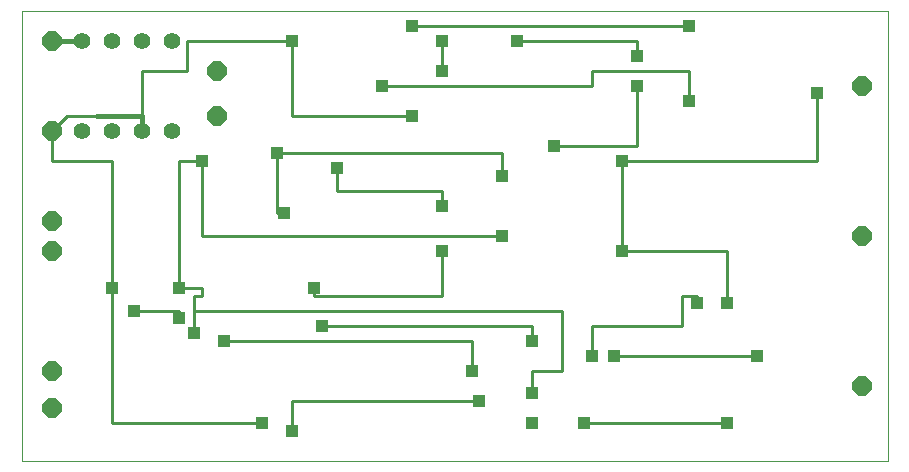
<source format=gbl>
G75*
%MOIN*%
%OFA0B0*%
%FSLAX25Y25*%
%IPPOS*%
%LPD*%
%AMOC8*
5,1,8,0,0,1.08239X$1,22.5*
%
%ADD10C,0.00000*%
%ADD11OC8,0.06400*%
%ADD12C,0.05600*%
%ADD13C,0.01600*%
%ADD14C,0.01000*%
%ADD15R,0.04362X0.04362*%
%ADD16R,0.04400X0.04400*%
D10*
X0001000Y0008733D02*
X0001000Y0158694D01*
X0289701Y0158694D01*
X0289701Y0008733D01*
X0001000Y0008733D01*
D11*
X0011000Y0026233D03*
X0011000Y0038733D03*
X0011000Y0078733D03*
X0011000Y0088733D03*
X0011000Y0118733D03*
X0011000Y0148733D03*
X0066000Y0138733D03*
X0066000Y0123733D03*
X0281000Y0133733D03*
X0281000Y0083733D03*
X0281000Y0033733D03*
D12*
X0051000Y0118733D03*
X0041000Y0118733D03*
X0031000Y0118733D03*
X0021000Y0118733D03*
X0021000Y0148733D03*
X0031000Y0148733D03*
X0041000Y0148733D03*
X0051000Y0148733D03*
D13*
X0021000Y0148733D02*
X0011000Y0148733D01*
X0026000Y0123733D02*
X0041000Y0123733D01*
X0041000Y0118733D01*
D14*
X0041000Y0123733D02*
X0041000Y0138733D01*
X0056000Y0138733D01*
X0056000Y0148733D01*
X0091000Y0148733D01*
X0091000Y0123733D01*
X0131000Y0123733D01*
X0121000Y0133733D02*
X0191000Y0133733D01*
X0191000Y0138733D01*
X0223500Y0138733D01*
X0223500Y0128733D01*
X0206000Y0133733D02*
X0206000Y0113733D01*
X0178500Y0113733D01*
X0161000Y0111233D02*
X0161000Y0103733D01*
X0161000Y0111233D02*
X0086000Y0111233D01*
X0086000Y0091233D01*
X0088500Y0091233D01*
X0106000Y0098733D02*
X0141000Y0098733D01*
X0141000Y0093733D01*
X0161000Y0083733D02*
X0061000Y0083733D01*
X0061000Y0108733D01*
X0053500Y0108733D01*
X0053500Y0066233D01*
X0061000Y0066233D01*
X0061000Y0063733D01*
X0058500Y0063733D01*
X0058500Y0058733D01*
X0181000Y0058733D01*
X0181000Y0038733D01*
X0171000Y0038733D01*
X0171000Y0031233D01*
X0188500Y0021233D02*
X0236000Y0021233D01*
X0246000Y0043733D02*
X0198500Y0043733D01*
X0191000Y0043733D02*
X0191000Y0053733D01*
X0221000Y0053733D01*
X0221000Y0063733D01*
X0226000Y0063733D01*
X0226000Y0061233D01*
X0236000Y0061233D02*
X0236000Y0078733D01*
X0201000Y0078733D01*
X0201000Y0108733D01*
X0266000Y0108733D01*
X0266000Y0131233D01*
X0223500Y0153733D02*
X0131000Y0153733D01*
X0141000Y0148733D02*
X0141000Y0138733D01*
X0166000Y0148733D02*
X0206000Y0148733D01*
X0206000Y0143733D01*
X0106000Y0106233D02*
X0106000Y0098733D01*
X0141000Y0078733D02*
X0141000Y0063733D01*
X0098500Y0063733D01*
X0098500Y0066233D01*
X0101000Y0053733D02*
X0171000Y0053733D01*
X0171000Y0048733D01*
X0151000Y0048733D02*
X0151000Y0038733D01*
X0151000Y0048733D02*
X0068500Y0048733D01*
X0058500Y0051233D02*
X0058500Y0058733D01*
X0058500Y0051233D01*
X0053500Y0056233D02*
X0053500Y0058733D01*
X0038500Y0058733D01*
X0031000Y0066233D02*
X0031000Y0021233D01*
X0081000Y0021233D01*
X0091000Y0018733D02*
X0091000Y0028733D01*
X0153500Y0028733D01*
X0031000Y0066233D02*
X0031000Y0108733D01*
X0011000Y0108733D01*
X0011000Y0118733D01*
X0016000Y0123733D01*
X0026000Y0123733D01*
D15*
X0061000Y0108733D03*
X0086000Y0111233D03*
X0106000Y0106233D03*
X0088500Y0091233D03*
X0098500Y0066233D03*
X0101000Y0053733D03*
X0068500Y0048733D03*
X0058500Y0051233D03*
X0053500Y0056233D03*
X0038500Y0058733D03*
X0031000Y0066233D03*
X0053500Y0066233D03*
X0081000Y0021233D03*
X0091000Y0018733D03*
X0151000Y0038733D03*
X0153500Y0028733D03*
X0171000Y0031233D03*
X0171000Y0021233D03*
X0188500Y0021233D03*
X0191000Y0043733D03*
X0198500Y0043733D03*
X0171000Y0048733D03*
X0141000Y0078733D03*
X0161000Y0083733D03*
X0141000Y0093733D03*
X0161000Y0103733D03*
X0178500Y0113733D03*
X0201000Y0108733D03*
X0223500Y0128733D03*
X0206000Y0133733D03*
X0206000Y0143733D03*
X0223500Y0153733D03*
X0266000Y0131233D03*
X0201000Y0078733D03*
X0226000Y0061233D03*
X0236000Y0061233D03*
X0246000Y0043733D03*
X0236000Y0021233D03*
X0131000Y0123733D03*
X0121000Y0133733D03*
X0131000Y0153733D03*
X0166000Y0148733D03*
X0091000Y0148733D03*
D16*
X0141000Y0148733D03*
X0141000Y0138733D03*
M02*

</source>
